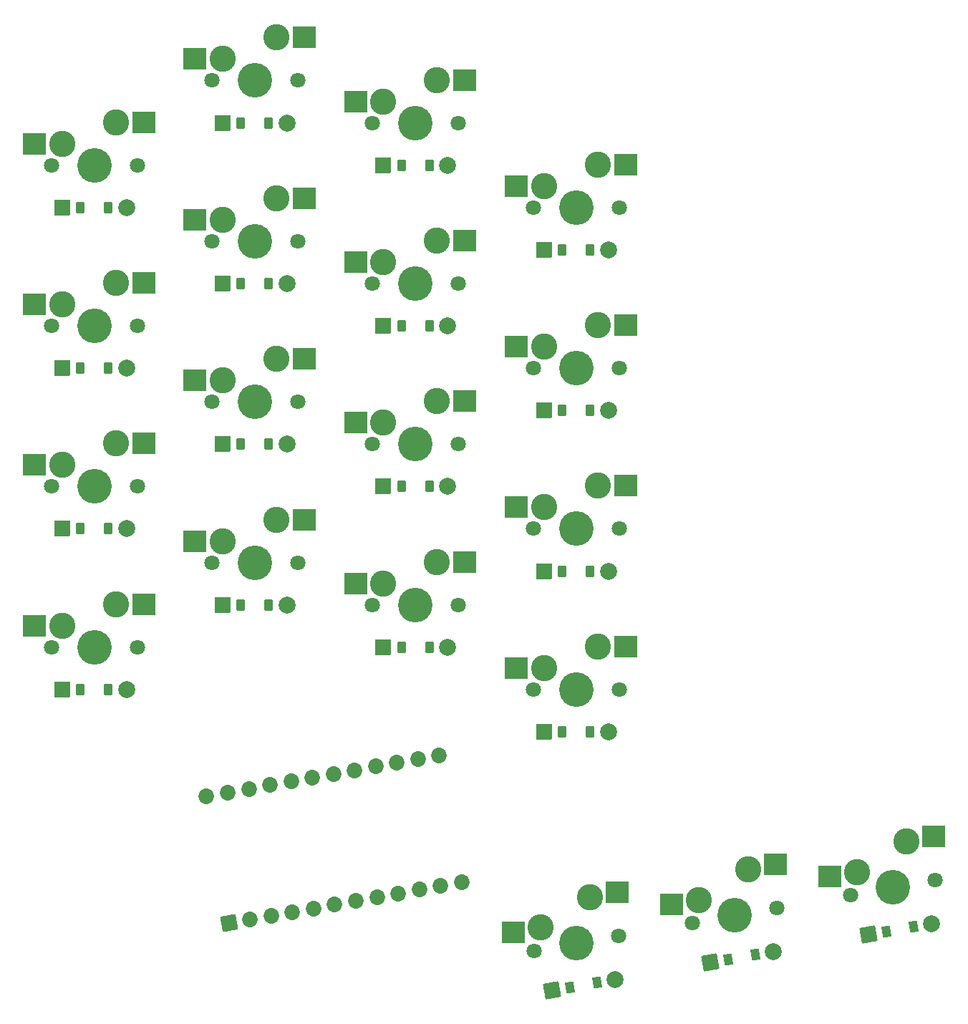
<source format=gbr>
%TF.GenerationSoftware,KiCad,Pcbnew,(6.0.6)*%
%TF.CreationDate,2022-07-20T03:50:55+02:00*%
%TF.ProjectId,macropad_routed_rounded_jlc,6d616372-6f70-4616-945f-726f75746564,v1.0.0*%
%TF.SameCoordinates,Original*%
%TF.FileFunction,Soldermask,Bot*%
%TF.FilePolarity,Negative*%
%FSLAX46Y46*%
G04 Gerber Fmt 4.6, Leading zero omitted, Abs format (unit mm)*
G04 Created by KiCad (PCBNEW (6.0.6)) date 2022-07-20 03:50:55*
%MOMM*%
%LPD*%
G01*
G04 APERTURE LIST*
G04 Aperture macros list*
%AMRoundRect*
0 Rectangle with rounded corners*
0 $1 Rounding radius*
0 $2 $3 $4 $5 $6 $7 $8 $9 X,Y pos of 4 corners*
0 Add a 4 corners polygon primitive as box body*
4,1,4,$2,$3,$4,$5,$6,$7,$8,$9,$2,$3,0*
0 Add four circle primitives for the rounded corners*
1,1,$1+$1,$2,$3*
1,1,$1+$1,$4,$5*
1,1,$1+$1,$6,$7*
1,1,$1+$1,$8,$9*
0 Add four rect primitives between the rounded corners*
20,1,$1+$1,$2,$3,$4,$5,0*
20,1,$1+$1,$4,$5,$6,$7,0*
20,1,$1+$1,$6,$7,$8,$9,0*
20,1,$1+$1,$8,$9,$2,$3,0*%
G04 Aperture macros list end*
%ADD10RoundRect,0.050000X-0.710819X-1.015155X1.015155X-0.710819X0.710819X1.015155X-1.015155X0.710819X0*%
%ADD11C,1.852600*%
%ADD12C,1.801800*%
%ADD13C,3.100000*%
%ADD14C,4.087800*%
%ADD15RoundRect,0.050000X1.275000X1.250000X-1.275000X1.250000X-1.275000X-1.250000X1.275000X-1.250000X0*%
%ADD16C,2.005000*%
%ADD17RoundRect,0.050000X-0.450000X-0.600000X0.450000X-0.600000X0.450000X0.600000X-0.450000X0.600000X0*%
%ADD18RoundRect,0.050000X-0.889000X-0.889000X0.889000X-0.889000X0.889000X0.889000X-0.889000X0.889000X0*%
%ADD19RoundRect,0.050000X-0.338975X-0.669026X0.547352X-0.512743X0.338975X0.669026X-0.547352X0.512743X0*%
%ADD20RoundRect,0.050000X-0.721121X-1.029867X1.029867X-0.721121X0.721121X1.029867X-1.029867X0.721121X0*%
G04 APERTURE END LIST*
D10*
%TO.C,MCU1*%
X87073685Y-162740100D03*
D11*
X89575096Y-162299034D03*
X92076508Y-161857967D03*
X94577920Y-161416901D03*
X97079332Y-160975835D03*
X99580743Y-160534768D03*
X102082155Y-160093702D03*
X104583567Y-159652636D03*
X107084978Y-159211569D03*
X109586390Y-158770503D03*
X112087802Y-158329436D03*
X114589213Y-157888370D03*
X84427287Y-147731630D03*
X86928698Y-147290564D03*
X89430110Y-146849497D03*
X91931522Y-146408431D03*
X94432933Y-145967364D03*
X96934345Y-145526298D03*
X99435757Y-145085232D03*
X101937168Y-144644165D03*
X104438580Y-144203099D03*
X106939992Y-143762033D03*
X109441404Y-143320966D03*
X111942815Y-142879900D03*
%TD*%
D12*
%TO.C,S7*%
X95218250Y-82100000D03*
X85058250Y-82100000D03*
D13*
X86328250Y-79560000D03*
X92678250Y-77020000D03*
D14*
X90138250Y-82100000D03*
D15*
X83053250Y-79560000D03*
X95980250Y-77020000D03*
%TD*%
D16*
%TO.C,D1*%
X74948250Y-135100000D03*
D17*
X69488250Y-135100000D03*
X72788250Y-135100000D03*
D18*
X67328250Y-135100000D03*
%TD*%
D13*
%TO.C,S4*%
X67328250Y-70560000D03*
D14*
X71138250Y-73100000D03*
D12*
X66058250Y-73100000D03*
X76218250Y-73100000D03*
D13*
X73678250Y-68020000D03*
D15*
X64053250Y-70560000D03*
X76980250Y-68020000D03*
%TD*%
D14*
%TO.C,S3*%
X71138250Y-92100000D03*
D13*
X67328250Y-89560000D03*
D12*
X66058250Y-92100000D03*
D13*
X73678250Y-87020000D03*
D12*
X76218250Y-92100000D03*
D15*
X64053250Y-89560000D03*
X76980250Y-87020000D03*
%TD*%
D13*
%TO.C,S8*%
X86328250Y-60560000D03*
D12*
X85058250Y-63100000D03*
X95218250Y-63100000D03*
D14*
X90138250Y-63100000D03*
D13*
X92678250Y-58020000D03*
D15*
X83053250Y-60560000D03*
X95980250Y-58020000D03*
%TD*%
D16*
%TO.C,D16*%
X131948250Y-83100000D03*
D17*
X126488250Y-83100000D03*
D18*
X124328250Y-83100000D03*
D17*
X129788250Y-83100000D03*
%TD*%
D16*
%TO.C,D10*%
X112948250Y-111100000D03*
D17*
X107488250Y-111100000D03*
D18*
X105328250Y-111100000D03*
D17*
X110788250Y-111100000D03*
%TD*%
%TO.C,D6*%
X88488250Y-106100000D03*
D16*
X93948250Y-106100000D03*
D17*
X91788250Y-106100000D03*
D18*
X86328250Y-106100000D03*
%TD*%
D12*
%TO.C,S13*%
X133218250Y-135100000D03*
D13*
X124328250Y-132560000D03*
X130678250Y-130020000D03*
D14*
X128138250Y-135100000D03*
D12*
X123058250Y-135100000D03*
D15*
X121053250Y-132560000D03*
X133980250Y-130020000D03*
%TD*%
D17*
%TO.C,D8*%
X88488250Y-68100000D03*
D16*
X93948250Y-68100000D03*
D17*
X91788250Y-68100000D03*
D18*
X86328250Y-68100000D03*
%TD*%
D13*
%TO.C,S5*%
X92678250Y-115020000D03*
X86328250Y-117560000D03*
D14*
X90138250Y-120100000D03*
D12*
X85058250Y-120100000D03*
X95218250Y-120100000D03*
D15*
X83053250Y-117560000D03*
X95980250Y-115020000D03*
%TD*%
D16*
%TO.C,D7*%
X93948250Y-87100000D03*
D17*
X88488250Y-87100000D03*
D18*
X86328250Y-87100000D03*
D17*
X91788250Y-87100000D03*
%TD*%
D16*
%TO.C,D19*%
X170181304Y-162763808D03*
D19*
X164804253Y-163711927D03*
X168054119Y-163138889D03*
D20*
X162677068Y-164087008D03*
%TD*%
D12*
%TO.C,S2*%
X76218250Y-111100000D03*
D13*
X73678250Y-106020000D03*
D12*
X66058250Y-111100000D03*
D14*
X71138250Y-111100000D03*
D13*
X67328250Y-108560000D03*
D15*
X64053250Y-108560000D03*
X76980250Y-106020000D03*
%TD*%
D16*
%TO.C,D15*%
X131948250Y-102100000D03*
D17*
X126488250Y-102100000D03*
D18*
X124328250Y-102100000D03*
D17*
X129788250Y-102100000D03*
%TD*%
D12*
%TO.C,S9*%
X104058250Y-125100000D03*
D13*
X105328250Y-122560000D03*
D12*
X114218250Y-125100000D03*
D14*
X109138250Y-125100000D03*
D13*
X111678250Y-120020000D03*
D15*
X102053250Y-122560000D03*
X114980250Y-120020000D03*
%TD*%
D13*
%TO.C,S17*%
X129757529Y-159656110D03*
X123945066Y-163260188D03*
D14*
X128138250Y-165100000D03*
D12*
X133141073Y-164217867D03*
X123135427Y-165982133D03*
D15*
X120719821Y-163828886D03*
X133009364Y-159082724D03*
%TD*%
D17*
%TO.C,D14*%
X126488250Y-121100000D03*
D16*
X131948250Y-121100000D03*
D17*
X129788250Y-121100000D03*
D18*
X124328250Y-121100000D03*
%TD*%
D13*
%TO.C,S14*%
X124328250Y-113560000D03*
D12*
X123058250Y-116100000D03*
X133218250Y-116100000D03*
D13*
X130678250Y-111020000D03*
D14*
X128138250Y-116100000D03*
D15*
X121053250Y-113560000D03*
X133980250Y-111020000D03*
%TD*%
D17*
%TO.C,D4*%
X69488250Y-78100000D03*
D16*
X74948250Y-78100000D03*
D17*
X72788250Y-78100000D03*
D18*
X67328250Y-78100000D03*
%TD*%
D17*
%TO.C,D5*%
X88488250Y-125100000D03*
D16*
X93948250Y-125100000D03*
D18*
X86328250Y-125100000D03*
D17*
X91788250Y-125100000D03*
%TD*%
%TO.C,D12*%
X107488250Y-73100000D03*
D16*
X112948250Y-73100000D03*
D17*
X110788250Y-73100000D03*
D18*
X105328250Y-73100000D03*
%TD*%
D12*
%TO.C,S1*%
X66058250Y-130100000D03*
X76218250Y-130100000D03*
D14*
X71138250Y-130100000D03*
D13*
X67328250Y-127560000D03*
X73678250Y-125020000D03*
D15*
X64053250Y-127560000D03*
X76980250Y-125020000D03*
%TD*%
D12*
%TO.C,S12*%
X104058250Y-68100000D03*
D13*
X111678250Y-63020000D03*
D12*
X114218250Y-68100000D03*
D13*
X105328250Y-65560000D03*
D14*
X109138250Y-68100000D03*
D15*
X102053250Y-65560000D03*
X114980250Y-63020000D03*
%TD*%
D12*
%TO.C,S19*%
X160558122Y-159383502D03*
D13*
X161367761Y-156661557D03*
X167180224Y-153057479D03*
D14*
X165560945Y-158501369D03*
D12*
X170563768Y-157619236D03*
D15*
X158142516Y-157230255D03*
X170432059Y-152484093D03*
%TD*%
D16*
%TO.C,D17*%
X132758609Y-169362439D03*
D19*
X127381558Y-170310558D03*
X130631424Y-169737520D03*
D20*
X125254373Y-170685639D03*
%TD*%
D13*
%TO.C,S6*%
X86328250Y-98560000D03*
X92678250Y-96020000D03*
D12*
X95218250Y-101100000D03*
D14*
X90138250Y-101100000D03*
D12*
X85058250Y-101100000D03*
D15*
X83053250Y-98560000D03*
X95980250Y-96020000D03*
%TD*%
D16*
%TO.C,D3*%
X74948250Y-97100000D03*
D17*
X69488250Y-97100000D03*
X72788250Y-97100000D03*
D18*
X67328250Y-97100000D03*
%TD*%
D13*
%TO.C,S15*%
X130678250Y-92020000D03*
X124328250Y-94560000D03*
D12*
X123058250Y-97100000D03*
X133218250Y-97100000D03*
D14*
X128138250Y-97100000D03*
D15*
X121053250Y-94560000D03*
X133980250Y-92020000D03*
%TD*%
D16*
%TO.C,D13*%
X131948250Y-140100000D03*
D17*
X126488250Y-140100000D03*
X129788250Y-140100000D03*
D18*
X124328250Y-140100000D03*
%TD*%
D13*
%TO.C,S16*%
X124328250Y-75560000D03*
D12*
X133218250Y-78100000D03*
D14*
X128138250Y-78100000D03*
D13*
X130678250Y-73020000D03*
D12*
X123058250Y-78100000D03*
D15*
X121053250Y-75560000D03*
X133980250Y-73020000D03*
%TD*%
D16*
%TO.C,D11*%
X112948250Y-92100000D03*
D17*
X107488250Y-92100000D03*
D18*
X105328250Y-92100000D03*
D17*
X110788250Y-92100000D03*
%TD*%
D16*
%TO.C,D2*%
X74948250Y-116100000D03*
D17*
X69488250Y-116100000D03*
D18*
X67328250Y-116100000D03*
D17*
X72788250Y-116100000D03*
%TD*%
D12*
%TO.C,S18*%
X151852420Y-160918552D03*
D13*
X148468876Y-156356795D03*
D12*
X141846774Y-162682818D03*
D13*
X142656413Y-159960873D03*
D14*
X146849597Y-161800685D03*
D15*
X139431168Y-160529571D03*
X151720711Y-155783409D03*
%TD*%
D17*
%TO.C,D9*%
X107488250Y-130100000D03*
D16*
X112948250Y-130100000D03*
D18*
X105328250Y-130100000D03*
D17*
X110788250Y-130100000D03*
%TD*%
D12*
%TO.C,S10*%
X104058250Y-106100000D03*
X114218250Y-106100000D03*
D14*
X109138250Y-106100000D03*
D13*
X105328250Y-103560000D03*
X111678250Y-101020000D03*
D15*
X102053250Y-103560000D03*
X114980250Y-101020000D03*
%TD*%
D16*
%TO.C,D18*%
X151469956Y-166063123D03*
D19*
X146092905Y-167011242D03*
D20*
X143965720Y-167386323D03*
D19*
X149342771Y-166438204D03*
%TD*%
D14*
%TO.C,S11*%
X109138250Y-87100000D03*
D12*
X114218250Y-87100000D03*
D13*
X105328250Y-84560000D03*
X111678250Y-82020000D03*
D12*
X104058250Y-87100000D03*
D15*
X102053250Y-84560000D03*
X114980250Y-82020000D03*
%TD*%
M02*

</source>
